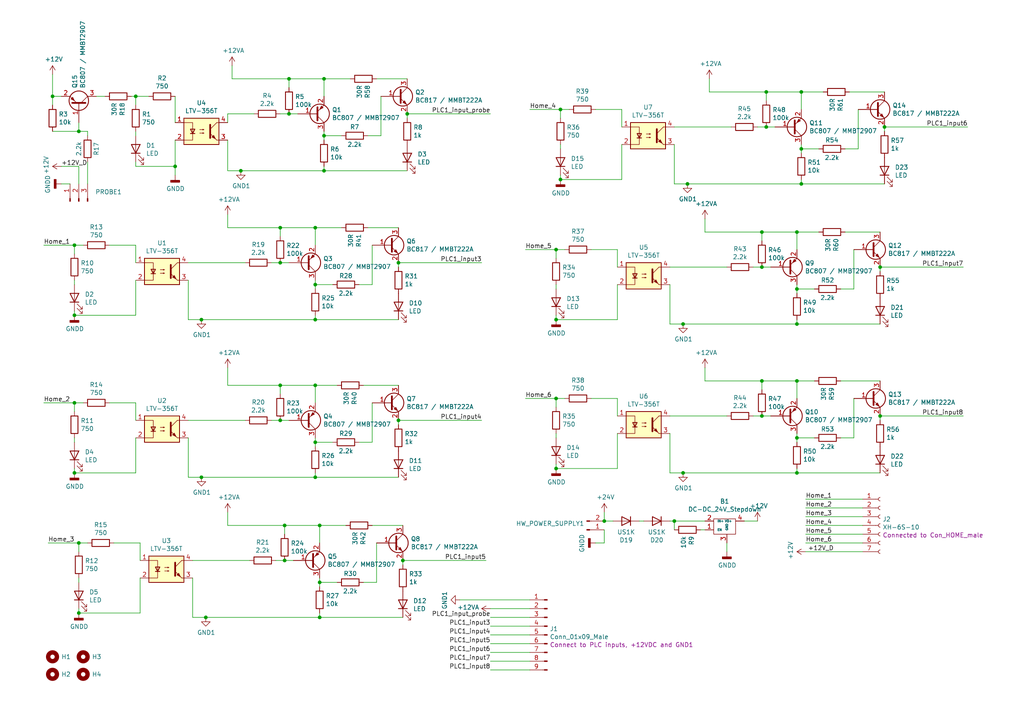
<source format=kicad_sch>
(kicad_sch (version 20211123) (generator eeschema)
  (paper "A4")
  (junction (at 81.28 121.92))
  (junction (at 162.56 52.07))
  (junction (at 231.14 67.31))
  (junction (at 83.82 22.86))
  (junction (at 22.86 38.1))
  (junction (at 198.12 137.16))
  (junction (at 39.37 27.94))
  (junction (at 118.11 33.02))
  (junction (at 93.98 39.37))
  (junction (at 161.29 115.57))
  (junction (at 231.14 127))
  (junction (at 58.42 92.71))
  (junction (at 116.84 162.56))
  (junction (at 22.86 157.48))
  (junction (at 231.14 110.49))
  (junction (at 220.98 67.31))
  (junction (at 91.44 66.04))
  (junction (at 115.57 76.2))
  (junction (at 231.14 137.16))
  (junction (at 222.25 36.83))
  (junction (at 256.54 36.83))
  (junction (at 175.26 151.13))
  (junction (at 59.69 179.07))
  (junction (at 91.44 111.76))
  (junction (at 93.98 49.53))
  (junction (at 15.24 27.94))
  (junction (at 162.56 31.75))
  (junction (at 232.41 26.67))
  (junction (at 255.27 77.47))
  (junction (at 91.44 138.43))
  (junction (at 198.12 93.98))
  (junction (at 82.55 152.4))
  (junction (at 21.59 116.84))
  (junction (at 81.28 66.04))
  (junction (at 220.98 110.49))
  (junction (at 220.98 120.65))
  (junction (at 21.59 71.12))
  (junction (at 21.59 137.16))
  (junction (at 69.85 49.53))
  (junction (at 232.41 43.18))
  (junction (at 91.44 92.71))
  (junction (at 81.28 111.76))
  (junction (at 231.14 93.98))
  (junction (at 161.29 92.71))
  (junction (at 232.41 53.34))
  (junction (at 255.27 120.65))
  (junction (at 91.44 128.27))
  (junction (at 161.29 72.39))
  (junction (at 91.44 82.55))
  (junction (at 82.55 162.56))
  (junction (at 92.71 179.07))
  (junction (at 220.98 77.47))
  (junction (at 22.86 177.8))
  (junction (at 199.39 53.34))
  (junction (at 231.14 83.82))
  (junction (at 50.8 48.26))
  (junction (at 21.59 91.44))
  (junction (at 195.58 151.13))
  (junction (at 58.42 138.43))
  (junction (at 83.82 33.02))
  (junction (at 222.25 26.67))
  (junction (at 81.28 76.2))
  (junction (at 92.71 168.91))
  (junction (at 161.29 135.89))
  (junction (at 92.71 152.4))
  (junction (at 115.57 121.92))
  (junction (at 93.98 22.86))
  (wire (pts (xy 220.98 77.47) (xy 218.44 77.47)))
  (wire (pts (xy 39.37 48.26) (xy 50.8 48.26)))
  (wire (pts (xy 81.28 76.2) (xy 78.74 76.2)))
  (wire (pts (xy 231.14 83.82) (xy 231.14 82.55)))
  (wire (pts (xy 163.83 72.39) (xy 161.29 72.39)))
  (wire (pts (xy 255.27 120.65) (xy 279.4 120.65)))
  (wire (pts (xy 54.61 81.28) (xy 54.61 92.71)))
  (wire (pts (xy 24.13 71.12) (xy 21.59 71.12)))
  (wire (pts (xy 205.74 26.67) (xy 222.25 26.67)))
  (wire (pts (xy 83.82 25.4) (xy 83.82 22.86)))
  (wire (pts (xy 162.56 43.18) (xy 162.56 41.91)))
  (wire (pts (xy 81.28 121.92) (xy 78.74 121.92)))
  (wire (pts (xy 15.24 38.1) (xy 22.86 38.1)))
  (wire (pts (xy 54.61 121.92) (xy 71.12 121.92)))
  (wire (pts (xy 161.29 83.82) (xy 161.29 82.55)))
  (wire (pts (xy 161.29 135.89) (xy 179.07 135.89)))
  (wire (pts (xy 25.4 46.99) (xy 25.4 53.34)))
  (wire (pts (xy 194.31 137.16) (xy 198.12 137.16)))
  (wire (pts (xy 255.27 137.16) (xy 231.14 137.16)))
  (wire (pts (xy 101.6 22.86) (xy 93.98 22.86)))
  (wire (pts (xy 66.04 40.64) (xy 66.04 49.53)))
  (wire (pts (xy 233.68 160.02) (xy 250.19 160.02)))
  (wire (pts (xy 153.67 184.15) (xy 142.24 184.15)))
  (wire (pts (xy 39.37 127) (xy 39.37 137.16)))
  (wire (pts (xy 55.88 179.07) (xy 59.69 179.07)))
  (wire (pts (xy 91.44 91.44) (xy 91.44 92.71)))
  (wire (pts (xy 256.54 38.1) (xy 256.54 36.83)))
  (wire (pts (xy 82.55 162.56) (xy 80.01 162.56)))
  (wire (pts (xy 161.29 91.44) (xy 161.29 92.71)))
  (wire (pts (xy 161.29 134.62) (xy 161.29 135.89)))
  (wire (pts (xy 85.09 162.56) (xy 82.55 162.56)))
  (wire (pts (xy 180.34 36.83) (xy 180.34 31.75)))
  (wire (pts (xy 54.61 92.71) (xy 58.42 92.71)))
  (wire (pts (xy 232.41 52.07) (xy 232.41 53.34)))
  (wire (pts (xy 25.4 39.37) (xy 25.4 38.1)))
  (wire (pts (xy 194.31 77.47) (xy 210.82 77.47)))
  (wire (pts (xy 231.14 93.98) (xy 198.12 93.98)))
  (wire (pts (xy 115.57 123.19) (xy 115.57 121.92)))
  (wire (pts (xy 250.19 144.78) (xy 233.68 144.78)))
  (wire (pts (xy 255.27 121.92) (xy 255.27 120.65)))
  (wire (pts (xy 91.44 138.43) (xy 58.42 138.43)))
  (wire (pts (xy 220.98 69.85) (xy 220.98 67.31)))
  (wire (pts (xy 231.14 127) (xy 231.14 125.73)))
  (wire (pts (xy 248.92 43.18) (xy 248.92 31.75)))
  (wire (pts (xy 66.04 33.02) (xy 66.04 35.56)))
  (wire (pts (xy 165.1 31.75) (xy 162.56 31.75)))
  (wire (pts (xy 21.59 135.89) (xy 21.59 137.16)))
  (wire (pts (xy 175.26 148.59) (xy 175.26 151.13)))
  (wire (pts (xy 204.47 67.31) (xy 220.98 67.31)))
  (wire (pts (xy 116.84 163.83) (xy 116.84 162.56)))
  (wire (pts (xy 223.52 120.65) (xy 220.98 120.65)))
  (wire (pts (xy 116.84 152.4) (xy 107.95 152.4)))
  (wire (pts (xy 40.64 167.64) (xy 40.64 177.8)))
  (wire (pts (xy 195.58 151.13) (xy 204.47 151.13)))
  (wire (pts (xy 91.44 82.55) (xy 91.44 81.28)))
  (wire (pts (xy 21.59 90.17) (xy 21.59 91.44)))
  (wire (pts (xy 27.94 27.94) (xy 30.48 27.94)))
  (wire (pts (xy 256.54 26.67) (xy 246.38 26.67)))
  (wire (pts (xy 31.75 71.12) (xy 39.37 71.12)))
  (wire (pts (xy 231.14 110.49) (xy 231.14 115.57)))
  (wire (pts (xy 194.31 93.98) (xy 194.31 82.55)))
  (wire (pts (xy 115.57 111.76) (xy 105.41 111.76)))
  (wire (pts (xy 162.56 50.8) (xy 162.56 52.07)))
  (wire (pts (xy 86.36 33.02) (xy 83.82 33.02)))
  (wire (pts (xy 231.14 128.27) (xy 231.14 127)))
  (wire (pts (xy 93.98 49.53) (xy 69.85 49.53)))
  (wire (pts (xy 236.22 110.49) (xy 231.14 110.49)))
  (wire (pts (xy 250.19 154.94) (xy 233.68 154.94)))
  (wire (pts (xy 39.37 39.37) (xy 39.37 38.1)))
  (wire (pts (xy 180.34 41.91) (xy 180.34 52.07)))
  (wire (pts (xy 17.78 53.34) (xy 20.32 53.34)))
  (wire (pts (xy 115.57 66.04) (xy 106.68 66.04)))
  (wire (pts (xy 232.41 43.18) (xy 232.41 41.91)))
  (wire (pts (xy 91.44 128.27) (xy 91.44 127)))
  (wire (pts (xy 237.49 43.18) (xy 232.41 43.18)))
  (wire (pts (xy 106.68 39.37) (xy 110.49 39.37)))
  (wire (pts (xy 21.59 137.16) (xy 39.37 137.16)))
  (wire (pts (xy 153.67 186.69) (xy 142.24 186.69)))
  (wire (pts (xy 66.04 62.23) (xy 66.04 66.04)))
  (wire (pts (xy 210.82 160.02) (xy 210.82 157.48)))
  (wire (pts (xy 171.45 115.57) (xy 179.07 115.57)))
  (wire (pts (xy 22.86 38.1) (xy 25.4 38.1)))
  (wire (pts (xy 67.31 22.86) (xy 83.82 22.86)))
  (wire (pts (xy 17.78 48.26) (xy 22.86 48.26)))
  (wire (pts (xy 109.22 168.91) (xy 109.22 157.48)))
  (wire (pts (xy 116.84 179.07) (xy 92.71 179.07)))
  (wire (pts (xy 54.61 76.2) (xy 71.12 76.2)))
  (wire (pts (xy 21.59 82.55) (xy 21.59 81.28)))
  (wire (pts (xy 118.11 33.02) (xy 142.24 33.02)))
  (wire (pts (xy 204.47 110.49) (xy 220.98 110.49)))
  (wire (pts (xy 13.97 157.48) (xy 22.86 157.48)))
  (wire (pts (xy 104.14 82.55) (xy 107.95 82.55)))
  (wire (pts (xy 22.86 160.02) (xy 22.86 157.48)))
  (wire (pts (xy 54.61 138.43) (xy 58.42 138.43)))
  (wire (pts (xy 66.04 152.4) (xy 82.55 152.4)))
  (wire (pts (xy 93.98 48.26) (xy 93.98 49.53)))
  (wire (pts (xy 152.4 72.39) (xy 161.29 72.39)))
  (wire (pts (xy 223.52 77.47) (xy 220.98 77.47)))
  (wire (pts (xy 93.98 22.86) (xy 93.98 27.94)))
  (wire (pts (xy 25.4 157.48) (xy 22.86 157.48)))
  (wire (pts (xy 255.27 93.98) (xy 231.14 93.98)))
  (wire (pts (xy 222.25 29.21) (xy 222.25 26.67)))
  (wire (pts (xy 195.58 53.34) (xy 199.39 53.34)))
  (wire (pts (xy 231.14 137.16) (xy 198.12 137.16)))
  (wire (pts (xy 204.47 63.5) (xy 204.47 67.31)))
  (wire (pts (xy 115.57 77.47) (xy 115.57 76.2)))
  (wire (pts (xy 179.07 72.39) (xy 179.07 77.47)))
  (wire (pts (xy 39.37 116.84) (xy 39.37 121.92)))
  (wire (pts (xy 91.44 66.04) (xy 91.44 71.12)))
  (wire (pts (xy 39.37 81.28) (xy 39.37 91.44)))
  (wire (pts (xy 81.28 68.58) (xy 81.28 66.04)))
  (wire (pts (xy 153.67 31.75) (xy 162.56 31.75)))
  (wire (pts (xy 39.37 71.12) (xy 39.37 76.2)))
  (wire (pts (xy 97.79 111.76) (xy 91.44 111.76)))
  (wire (pts (xy 31.75 116.84) (xy 39.37 116.84)))
  (wire (pts (xy 231.14 92.71) (xy 231.14 93.98)))
  (wire (pts (xy 175.26 153.67) (xy 175.26 157.48)))
  (wire (pts (xy 152.4 115.57) (xy 161.29 115.57)))
  (wire (pts (xy 92.71 168.91) (xy 92.71 167.64)))
  (wire (pts (xy 161.29 74.93) (xy 161.29 72.39)))
  (wire (pts (xy 43.18 27.94) (xy 39.37 27.94)))
  (wire (pts (xy 153.67 181.61) (xy 142.24 181.61)))
  (wire (pts (xy 100.33 152.4) (xy 92.71 152.4)))
  (wire (pts (xy 21.59 73.66) (xy 21.59 71.12)))
  (wire (pts (xy 99.06 66.04) (xy 91.44 66.04)))
  (wire (pts (xy 115.57 92.71) (xy 91.44 92.71)))
  (wire (pts (xy 22.86 177.8) (xy 40.64 177.8)))
  (wire (pts (xy 231.14 135.89) (xy 231.14 137.16)))
  (wire (pts (xy 107.95 82.55) (xy 107.95 71.12)))
  (wire (pts (xy 92.71 152.4) (xy 92.71 157.48)))
  (wire (pts (xy 22.86 176.53) (xy 22.86 177.8)))
  (wire (pts (xy 179.07 125.73) (xy 179.07 135.89)))
  (wire (pts (xy 204.47 106.68) (xy 204.47 110.49)))
  (wire (pts (xy 232.41 53.34) (xy 199.39 53.34)))
  (wire (pts (xy 179.07 82.55) (xy 179.07 92.71)))
  (wire (pts (xy 236.22 127) (xy 231.14 127)))
  (wire (pts (xy 205.74 22.86) (xy 205.74 26.67)))
  (wire (pts (xy 194.31 151.13) (xy 195.58 151.13)))
  (wire (pts (xy 153.67 194.31) (xy 142.24 194.31)))
  (wire (pts (xy 82.55 154.94) (xy 82.55 152.4)))
  (wire (pts (xy 83.82 33.02) (xy 81.28 33.02)))
  (wire (pts (xy 50.8 50.8) (xy 50.8 48.26)))
  (wire (pts (xy 203.2 153.67) (xy 204.47 153.67)))
  (wire (pts (xy 66.04 33.02) (xy 73.66 33.02)))
  (wire (pts (xy 116.84 162.56) (xy 140.97 162.56)))
  (wire (pts (xy 250.19 152.4) (xy 233.68 152.4)))
  (wire (pts (xy 232.41 26.67) (xy 232.41 31.75)))
  (wire (pts (xy 255.27 110.49) (xy 243.84 110.49)))
  (wire (pts (xy 66.04 49.53) (xy 69.85 49.53)))
  (wire (pts (xy 224.79 36.83) (xy 222.25 36.83)))
  (wire (pts (xy 236.22 83.82) (xy 231.14 83.82)))
  (wire (pts (xy 179.07 115.57) (xy 179.07 120.65)))
  (wire (pts (xy 194.31 125.73) (xy 194.31 137.16)))
  (wire (pts (xy 161.29 127) (xy 161.29 125.73)))
  (wire (pts (xy 171.45 72.39) (xy 179.07 72.39)))
  (wire (pts (xy 91.44 137.16) (xy 91.44 138.43)))
  (wire (pts (xy 15.24 30.48) (xy 15.24 27.94)))
  (wire (pts (xy 22.86 48.26) (xy 22.86 53.34)))
  (wire (pts (xy 194.31 120.65) (xy 210.82 120.65)))
  (wire (pts (xy 92.71 170.18) (xy 92.71 168.91)))
  (wire (pts (xy 50.8 40.64) (xy 50.8 48.26)))
  (wire (pts (xy 220.98 113.03) (xy 220.98 110.49)))
  (wire (pts (xy 172.72 157.48) (xy 175.26 157.48)))
  (wire (pts (xy 66.04 111.76) (xy 81.28 111.76)))
  (wire (pts (xy 91.44 129.54) (xy 91.44 128.27)))
  (wire (pts (xy 39.37 30.48) (xy 39.37 27.94)))
  (wire (pts (xy 222.25 26.67) (xy 232.41 26.67)))
  (wire (pts (xy 66.04 148.59) (xy 66.04 152.4)))
  (wire (pts (xy 91.44 83.82) (xy 91.44 82.55)))
  (wire (pts (xy 15.24 21.59) (xy 15.24 27.94)))
  (wire (pts (xy 255.27 77.47) (xy 279.4 77.47)))
  (wire (pts (xy 163.83 115.57) (xy 161.29 115.57)))
  (wire (pts (xy 256.54 36.83) (xy 280.67 36.83)))
  (wire (pts (xy 118.11 34.29) (xy 118.11 33.02)))
  (wire (pts (xy 232.41 44.45) (xy 232.41 43.18)))
  (wire (pts (xy 118.11 49.53) (xy 93.98 49.53)))
  (wire (pts (xy 91.44 92.71) (xy 58.42 92.71)))
  (wire (pts (xy 91.44 111.76) (xy 91.44 116.84)))
  (wire (pts (xy 21.59 119.38) (xy 21.59 116.84)))
  (wire (pts (xy 81.28 66.04) (xy 91.44 66.04)))
  (wire (pts (xy 172.72 31.75) (xy 180.34 31.75)))
  (wire (pts (xy 118.11 22.86) (xy 109.22 22.86)))
  (wire (pts (xy 245.11 43.18) (xy 248.92 43.18)))
  (wire (pts (xy 93.98 40.64) (xy 93.98 39.37)))
  (wire (pts (xy 24.13 116.84) (xy 21.59 116.84)))
  (wire (pts (xy 153.67 173.99) (xy 133.35 173.99)))
  (wire (pts (xy 82.55 152.4) (xy 92.71 152.4)))
  (wire (pts (xy 50.8 27.94) (xy 50.8 35.56)))
  (wire (pts (xy 195.58 153.67) (xy 195.58 151.13)))
  (wire (pts (xy 83.82 76.2) (xy 81.28 76.2)))
  (wire (pts (xy 55.88 167.64) (xy 55.88 179.07)))
  (wire (pts (xy 222.25 36.83) (xy 219.71 36.83)))
  (wire (pts (xy 238.76 26.67) (xy 232.41 26.67)))
  (wire (pts (xy 96.52 82.55) (xy 91.44 82.55)))
  (wire (pts (xy 231.14 67.31) (xy 231.14 72.39)))
  (wire (pts (xy 194.31 93.98) (xy 198.12 93.98)))
  (wire (pts (xy 195.58 41.91) (xy 195.58 53.34)))
  (wire (pts (xy 220.98 120.65) (xy 218.44 120.65)))
  (wire (pts (xy 105.41 168.91) (xy 109.22 168.91)))
  (wire (pts (xy 185.42 151.13) (xy 186.69 151.13)))
  (wire (pts (xy 231.14 85.09) (xy 231.14 83.82)))
  (wire (pts (xy 142.24 176.53) (xy 153.67 176.53)))
  (wire (pts (xy 22.86 168.91) (xy 22.86 167.64)))
  (wire (pts (xy 92.71 177.8) (xy 92.71 179.07)))
  (wire (pts (xy 39.37 46.99) (xy 39.37 48.26)))
  (wire (pts (xy 250.19 149.86) (xy 233.68 149.86)))
  (wire (pts (xy 21.59 128.27) (xy 21.59 127)))
  (wire (pts (xy 12.7 71.12) (xy 21.59 71.12)))
  (wire (pts (xy 161.29 118.11) (xy 161.29 115.57)))
  (wire (pts (xy 247.65 83.82) (xy 247.65 72.39)))
  (wire (pts (xy 67.31 19.05) (xy 67.31 22.86)))
  (wire (pts (xy 40.64 157.48) (xy 40.64 162.56)))
  (wire (pts (xy 247.65 127) (xy 247.65 115.57)))
  (wire (pts (xy 255.27 67.31) (xy 245.11 67.31)))
  (wire (pts (xy 219.71 151.13) (xy 215.9 151.13)))
  (wire (pts (xy 115.57 121.92) (xy 139.7 121.92)))
  (wire (pts (xy 161.29 92.71) (xy 179.07 92.71)))
  (wire (pts (xy 66.04 106.68) (xy 66.04 111.76)))
  (wire (pts (xy 81.28 111.76) (xy 91.44 111.76)))
  (wire (pts (xy 81.28 114.3) (xy 81.28 111.76)))
  (wire (pts (xy 255.27 78.74) (xy 255.27 77.47)))
  (wire (pts (xy 195.58 36.83) (xy 212.09 36.83)))
  (wire (pts (xy 250.19 147.32) (xy 233.68 147.32)))
  (wire (pts (xy 162.56 52.07) (xy 180.34 52.07)))
  (wire (pts (xy 243.84 127) (xy 247.65 127)))
  (wire (pts (xy 115.57 138.43) (xy 91.44 138.43)))
  (wire (pts (xy 93.98 39.37) (xy 93.98 38.1)))
  (wire (pts (xy 33.02 157.48) (xy 40.64 157.48)))
  (wire (pts (xy 83.82 22.86) (xy 93.98 22.86)))
  (wire (pts (xy 54.61 127) (xy 54.61 138.43)))
  (wire (pts (xy 237.49 67.31) (xy 231.14 67.31)))
  (wire (pts (xy 99.06 39.37) (xy 93.98 39.37)))
  (wire (pts (xy 38.1 27.94) (xy 39.37 27.94)))
  (wire (pts (xy 250.19 157.48) (xy 233.68 157.48)))
  (wire (pts (xy 22.86 35.56) (xy 22.86 38.1)))
  (wire (pts (xy 107.95 128.27) (xy 107.95 116.84)))
  (wire (pts (xy 97.79 168.91) (xy 92.71 168.91)))
  (wire (pts (xy 175.26 151.13) (xy 177.8 151.13)))
  (wire (pts (xy 66.04 66.04) (xy 81.28 66.04)))
  (wire (pts (xy 243.84 83.82) (xy 247.65 83.82)))
  (wire (pts (xy 92.71 179.07) (xy 59.69 179.07)))
  (wire (pts (xy 115.57 76.2) (xy 139.7 76.2)))
  (wire (pts (xy 15.24 27.94) (xy 17.78 27.94)))
  (wire (pts (xy 220.98 110.49) (xy 231.14 110.49)))
  (wire (pts (xy 21.59 91.44) (xy 39.37 91.44)))
  (wire (pts (xy 110.49 39.37) (xy 110.49 27.94)))
  (wire (pts (xy 142.24 179.07) (xy 153.67 179.07)))
  (wire (pts (xy 96.52 128.27) (xy 91.44 128.27)))
  (wire (pts (xy 220.98 67.31) (xy 231.14 67.31)))
  (wire (pts (xy 83.82 121.92) (xy 81.28 121.92)))
  (wire (pts (xy 104.14 128.27) (xy 107.95 128.27)))
  (wire (pts (xy 153.67 189.23) (xy 142.24 189.23)))
  (wire (pts (xy 55.88 162.56) (xy 72.39 162.56)))
  (wire (pts (xy 12.7 116.84) (xy 21.59 116.84)))
  (wire (pts (xy 153.67 191.77) (xy 142.24 191.77)))
  (wire (pts (xy 162.56 34.29) (xy 162.56 31.75)))
  (wire (pts (xy 256.54 53.34) (xy 232.41 53.34)))
  (label "Home_6" (at 233.68 157.48 0))
  (label "PLC1_input8" (at 142.24 194.31 180))
  (label "Home_3" (at 233.68 149.86 0))
  (label "+12V_D" (at 17.78 48.26 0))
  (label "Home_5" (at 152.4 72.39 0))
  (label "Home_5" (at 233.68 154.94 0))
  (label "PLC1_input7" (at 142.24 191.77 180))
  (label "Home_4" (at 153.67 31.75 0))
  (label "PLC1_input3" (at 139.7 76.2 180))
  (label "PLC1_input_probe" (at 142.24 179.07 180))
  (label "PLC1_input4" (at 142.24 184.15 180))
  (label "PLC1_input6" (at 142.24 189.23 180))
  (label "PLC1_input8" (at 279.4 120.65 180))
  (label "Home_1" (at 12.7 71.12 0))
  (label "Home_2" (at 233.68 147.32 0))
  (label "PLC1_input6" (at 280.67 36.83 180))
  (label "PLC1_input_probe" (at 142.24 33.02 180))
  (label "PLC1_input5" (at 140.97 162.56 180))
  (label "Home_4" (at 233.68 152.4 0))
  (label "PLC1_input4" (at 139.7 121.92 180))
  (label "+12V_D" (at 234.315 160.02 0))
  (label "Home_3" (at 13.97 157.48 0))
  (label "Home_1" (at 233.68 144.78 0))
  (label "PLC1_input7" (at 279.4 77.47 180))
  (label "PLC1_input3" (at 142.24 181.61 180))
  (label "PLC1_input5" (at 142.24 186.69 180))
  (label "Home_2" (at 12.7 116.84 0))
  (label "Home_6" (at 152.4 115.57 0))
  (symbol (lib_id "power:+24V") (at 175.26 148.59 0) (unit 1)
    (property "Reference" "#PWR0101" (effects hide))
    (property "Value" "+24V" (at 175.641 144.1958 0))
  )
  (symbol (lib_id "power:GNDD") (at 172.72 157.48 270) (unit 1)
    (property "Reference" "#PWR0103" (effects hide))
    (property "Value" "GNDD" (at 168.783 157.5816 0))
  )
  (symbol (lib_id "Device:R") (at 46.99 27.94 270) (unit 1)
    (property "Reference" "R2" (at 46.99 22.6822 90))
    (property "Value" "750" (at 46.99 24.9936 90))
    (property "Footprint" "Resistor_SMD:R_0805_2012Metric" (effects hide))
  )
  (symbol (lib_id "Device:LED") (at 118.11 45.72 90) (unit 1)
    (property "Reference" "D3" (at 121.1072 44.7294 90) (effects (justify right)))
    (property "Value" "LED" (at 121.1072 47.0408 90) (effects (justify right)))
    (property "Footprint" "LED_SMD:LED_0603_1608Metric_Pad1.05x0.95mm_HandSolder" (effects hide))
  )
  (symbol (lib_id "Connector:Conn_01x02_Male") (at 170.18 153.67 0) (mirror x) (unit 1)
    (property "Reference" "HW_POWER_SUPPLY1" (at 169.4688 151.8412 0) (effects (justify right)))
    (property "Value" "Conn_01x02_Male" (effects hide))
    (property "Footprint" "Connector_Phoenix_MC:PhoenixContact_MCV_1,5_2-G-3.5_1x02_P3.50mm_Vertical" (effects hide))
  )
  (symbol (lib_id "Mechanical:MountingHole") (at 24.13 190.5 0) (unit 1)
    (property "Reference" "H3" (at 26.67 190.5 0) (effects (justify left)))
    (property "Value" "MountingHole" (effects hide))
    (property "Footprint" "MountingHole:MountingHole_3.2mm_M3" (effects hide))
  )
  (symbol (lib_id "Mechanical:MountingHole") (at 24.13 195.58 0) (unit 1)
    (property "Reference" "H4" (at 26.67 195.58 0) (effects (justify left)))
    (property "Value" "MountingHole" (effects hide))
    (property "Footprint" "MountingHole:MountingHole_3.2mm_M3" (effects hide))
  )
  (symbol (lib_id "Device:LED") (at 39.37 43.18 90) (unit 1)
    (property "Reference" "D1" (at 42.3672 42.1894 90) (effects (justify right)))
    (property "Value" "LED" (at 42.3672 44.5008 90) (effects (justify right)))
    (property "Footprint" "LED_SMD:LED_0603_1608Metric_Pad1.05x0.95mm_HandSolder" (effects hide))
  )
  (symbol (lib_id "Device:R") (at 39.37 34.29 180) (unit 1)
    (property "Reference" "R1" (at 41.148 33.1216 0) (effects (justify right)))
    (property "Value" "750" (at 41.148 35.433 0) (effects (justify right)))
    (property "Footprint" "Resistor_SMD:R_0805_2012Metric" (effects hide))
  )
  (symbol (lib_id "breakout_SileliS:DC-DC_24V_Stepdown") (at 209.55 152.4 0) (unit 1)
    (property "Reference" "B1" (at 210.185 145.415 0))
    (property "Value" "DC-DC_24V_Stepdown" (at 210.185 147.7264 0))
    (property "Footprint" "breakot_SileliS:DC-DC_24V_Stepdown_brekout_horizontal" (effects hide))
  )
  (symbol (lib_id "Device:R") (at 199.39 153.67 90) (unit 1)
    (property "Reference" "R9" (at 200.5584 155.448 0) (effects (justify right)))
    (property "Value" "10k" (at 198.247 155.448 0) (effects (justify right)))
    (property "Footprint" "Resistor_SMD:R_0805_2012Metric" (effects hide))
  )
  (symbol (lib_id "power:+12V") (at 219.71 151.13 0) (unit 1)
    (property "Reference" "#PWR0105" (effects hide))
    (property "Value" "+12V" (at 220.091 146.7358 0))
  )
  (symbol (lib_id "power:GNDD") (at 17.78 53.34 270) (unit 1)
    (property "Reference" "#PWR0107" (effects hide))
    (property "Value" "GNDD" (at 13.843 53.4416 0))
  )
  (symbol (lib_id "power:GND1") (at 69.85 49.53 0) (unit 1)
    (property "Reference" "#PWR0106" (effects hide))
    (property "Value" "GND1" (at 69.977 53.9242 0))
  )
  (symbol (lib_id "Device:R") (at 77.47 33.02 90) (unit 1)
    (property "Reference" "R4" (at 77.47 27.7622 90))
    (property "Value" "2.2k" (at 77.47 30.0736 90))
    (property "Footprint" "Resistor_SMD:R_0805_2012Metric" (effects hide))
  )
  (symbol (lib_id "Device:R") (at 83.82 29.21 180) (unit 1)
    (property "Reference" "R5" (at 85.598 28.0416 0) (effects (justify right)))
    (property "Value" "100k" (at 85.598 30.353 0) (effects (justify right)))
    (property "Footprint" "Resistor_SMD:R_0805_2012Metric" (effects hide))
  )
  (symbol (lib_id "Device:R") (at 93.98 44.45 180) (unit 1)
    (property "Reference" "R6" (at 95.758 43.2816 0) (effects (justify right)))
    (property "Value" "10k" (at 95.758 45.593 0) (effects (justify right)))
    (property "Footprint" "Resistor_SMD:R_0805_2012Metric" (effects hide))
  )
  (symbol (lib_id "power:GNDD") (at 210.82 160.02 0) (unit 1)
    (property "Reference" "#PWR0108" (effects hide))
    (property "Value" "GNDD" (at 210.9216 163.957 0))
  )
  (symbol (lib_id "Device:R") (at 102.87 39.37 90) (unit 1)
    (property "Reference" "R7" (at 102.87 36.83 90))
    (property "Value" "2.2k" (at 102.87 41.91 90))
    (property "Footprint" "Resistor_SMD:R_0805_2012Metric" (effects hide))
  )
  (symbol (lib_id "power:+12VA") (at 67.31 19.05 0) (unit 1)
    (property "Reference" "#PWR0102" (effects hide))
    (property "Value" "+12VA" (at 67.691 14.6558 0))
  )
  (symbol (lib_id "Device:R") (at 118.11 38.1 180) (unit 1)
    (property "Reference" "R8" (at 119.888 36.9316 0) (effects (justify right)))
    (property "Value" "1k" (at 119.888 39.243 0) (effects (justify right)))
    (property "Footprint" "Resistor_SMD:R_0805_2012Metric" (effects hide))
  )
  (symbol (lib_id "power:+12V") (at 15.24 21.59 0) (unit 1)
    (property "Reference" "#PWR0104" (effects hide))
    (property "Value" "+12V" (at 15.621 17.1958 0))
  )
  (symbol (lib_id "Mechanical:MountingHole") (at 15.24 190.5 0) (unit 1)
    (property "Reference" "H1" (at 17.78 190.5 0) (effects (justify left)))
    (property "Value" "MountingHole" (effects hide))
    (property "Footprint" "MountingHole:MountingHole_3.2mm_M3" (effects hide))
  )
  (symbol (lib_id "Mechanical:MountingHole") (at 15.24 195.58 0) (unit 1)
    (property "Reference" "H2" (at 17.78 195.58 0) (effects (justify left)))
    (property "Value" "MountingHole" (effects hide))
    (property "Footprint" "MountingHole:MountingHole_3.2mm_M3" (effects hide))
  )
  (symbol (lib_id "Transistor_BJT:BC807") (at 91.44 33.02 0) (mirror x) (unit 1)
    (property "Reference" "Q1" (at 96.2914 31.8516 0) (effects (justify left)))
    (property "Value" "BC807 / MMBT2907" (at 96.2914 34.163 0) (effects (justify left)))
    (property "Footprint" "Package_TO_SOT_SMD:SOT-23" (effects hide))
    (property "Datasheet" "https://www.onsemi.com/pub/Collateral/BC808-D.pdf" (effects hide))
  )
  (symbol (lib_id "Transistor_BJT:BC817") (at 115.57 27.94 0) (unit 1)
    (property "Reference" "Q2" (at 120.4214 26.7716 0) (effects (justify left)))
    (property "Value" "BC817 / MMBT222A" (at 120.4214 29.083 0) (effects (justify left)))
    (property "Footprint" "Package_TO_SOT_SMD:SOT-23" (effects hide))
    (property "Datasheet" "https://www.onsemi.com/pub/Collateral/BC818-D.pdf" (effects hide))
  )
  (symbol (lib_id "Diode:US1K") (at 181.61 151.13 180) (unit 1)
    (property "Reference" "D19" (at 181.61 156.6418 0))
    (property "Value" "US1K" (at 181.61 154.3304 0))
    (property "Footprint" "Diode_SMD:D_SMA" (effects hide))
    (property "Datasheet" "https://www.diodes.com/assets/Datasheets/ds16008.pdf" (effects hide))
  )
  (symbol (lib_id "Diode:US1K") (at 190.5 151.13 180) (unit 1)
    (property "Reference" "D20" (at 190.5 156.6418 0))
    (property "Value" "US1K" (at 190.5 154.3304 0))
    (property "Footprint" "Diode_SMD:D_SMA" (effects hide))
    (property "Datasheet" "https://www.diodes.com/assets/Datasheets/ds16008.pdf" (effects hide))
  )
  (symbol (lib_id "Device:R") (at 27.94 71.12 270) (unit 1)
    (property "Reference" "R13" (at 27.94 65.8622 90))
    (property "Value" "750" (at 27.94 68.1736 90))
    (property "Footprint" "Resistor_SMD:R_0805_2012Metric" (effects hide))
  )
  (symbol (lib_id "Device:LED") (at 21.59 86.36 90) (unit 1)
    (property "Reference" "D2" (at 24.5872 85.3694 90) (effects (justify right)))
    (property "Value" "LED" (at 24.5872 87.6808 90) (effects (justify right)))
    (property "Footprint" "LED_SMD:LED_0603_1608Metric_Pad1.05x0.95mm_HandSolder" (effects hide))
  )
  (symbol (lib_id "Device:R") (at 21.59 77.47 180) (unit 1)
    (property "Reference" "R10" (at 23.368 76.3016 0) (effects (justify right)))
    (property "Value" "750" (at 23.368 78.613 0) (effects (justify right)))
    (property "Footprint" "Resistor_SMD:R_0805_2012Metric" (effects hide))
  )
  (symbol (lib_id "power:GND1") (at 58.42 92.71 0) (unit 1)
    (property "Reference" "#PWR0116" (effects hide))
    (property "Value" "GND1" (at 58.547 97.1042 0))
  )
  (symbol (lib_id "Device:R") (at 74.93 76.2 90) (unit 1)
    (property "Reference" "R19" (at 74.93 70.9422 90))
    (property "Value" "2.2k" (at 74.93 73.2536 90))
    (property "Footprint" "Resistor_SMD:R_0805_2012Metric" (effects hide))
  )
  (symbol (lib_id "Device:R") (at 81.28 72.39 180) (unit 1)
    (property "Reference" "R22" (at 83.058 71.2216 0) (effects (justify right)))
    (property "Value" "100k" (at 83.058 73.533 0) (effects (justify right)))
    (property "Footprint" "Resistor_SMD:R_0805_2012Metric" (effects hide))
  )
  (symbol (lib_id "Device:R") (at 91.44 87.63 180) (unit 1)
    (property "Reference" "R25" (at 93.218 86.4616 0) (effects (justify right)))
    (property "Value" "10k" (at 93.218 88.773 0) (effects (justify right)))
    (property "Footprint" "Resistor_SMD:R_0805_2012Metric" (effects hide))
  )
  (symbol (lib_id "Device:R") (at 100.33 82.55 90) (unit 1)
    (property "Reference" "R28" (at 100.33 80.01 90))
    (property "Value" "2.2k" (at 100.33 85.09 90))
    (property "Footprint" "Resistor_SMD:R_0805_2012Metric" (effects hide))
  )
  (symbol (lib_id "Device:R") (at 115.57 81.28 180) (unit 1)
    (property "Reference" "R31" (at 117.348 80.1116 0) (effects (justify right)))
    (property "Value" "1k" (at 117.348 82.423 0) (effects (justify right)))
    (property "Footprint" "Resistor_SMD:R_0805_2012Metric" (effects hide))
  )
  (symbol (lib_id "Transistor_BJT:BC807") (at 88.9 76.2 0) (mirror x) (unit 1)
    (property "Reference" "Q3" (at 93.7514 75.0316 0) (effects (justify left)))
    (property "Value" "BC807 / MMBT2907" (at 93.7514 77.343 0) (effects (justify left)))
    (property "Footprint" "Package_TO_SOT_SMD:SOT-23" (effects hide))
    (property "Datasheet" "https://www.onsemi.com/pub/Collateral/BC808-D.pdf" (effects hide))
  )
  (symbol (lib_id "Transistor_BJT:BC817") (at 113.03 71.12 0) (unit 1)
    (property "Reference" "Q6" (at 117.8814 69.9516 0) (effects (justify left)))
    (property "Value" "BC817 / MMBT222A" (at 117.8814 72.263 0) (effects (justify left)))
    (property "Footprint" "Package_TO_SOT_SMD:SOT-23" (effects hide))
    (property "Datasheet" "https://www.onsemi.com/pub/Collateral/BC818-D.pdf" (effects hide))
  )
  (symbol (lib_id "Device:LED") (at 115.57 88.9 90) (unit 1)
    (property "Reference" "D10" (at 118.5672 87.9094 90) (effects (justify right)))
    (property "Value" "LED" (at 118.5672 90.2208 90) (effects (justify right)))
    (property "Footprint" "LED_SMD:LED_0603_1608Metric_Pad1.05x0.95mm_HandSolder" (effects hide))
  )
  (symbol (lib_id "power:GNDD") (at 21.59 91.44 0) (unit 1)
    (property "Reference" "#PWR0115" (effects hide))
    (property "Value" "GNDD" (at 21.6916 95.377 0))
  )
  (symbol (lib_id "power:+12VA") (at 66.04 62.23 0) (unit 1)
    (property "Reference" "#PWR0114" (effects hide))
    (property "Value" "+12VA" (at 66.421 57.8358 0))
  )
  (symbol (lib_id "power:+12V") (at 233.68 160.02 90) (unit 1)
    (property "Reference" "#PWR0111" (effects hide))
    (property "Value" "+12V" (at 229.2858 159.639 0))
  )
  (symbol (lib_id "Isolator:LTV-356T") (at 58.42 38.1 0) (unit 1)
    (property "Reference" "U4" (at 58.42 29.845 0))
    (property "Value" "LTV-356T" (at 58.42 32.1564 0))
    (property "Footprint" "Package_SO:SO-4_4.4x3.6mm_P2.54mm" (effects hide))
    (property "Datasheet" "http://optoelectronics.liteon.com/upload/download/DS70-2001-010/S_110_LTV-356T%2020140520.pdf" (effects hide))
  )
  (symbol (lib_id "Connector:Conn_01x07_Female") (at 255.27 152.4 0) (unit 1)
    (property "Reference" "J2" (at 255.9812 150.5966 0) (effects (justify left)))
    (property "Value" "XH-6S-10" (at 255.9812 152.908 0) (effects (justify left)))
    (property "Footprint" "Connector_JST:JST_XH_B7B-XH-A_1x07_P2.50mm_Vertical" (effects hide))
    (property "Rermarks" "Connected to Con_HOME_male" (at 255.9812 155.2194 0) (effects (justify left)))
  )
  (symbol (lib_id "Connector:Conn_01x09_Male") (at 158.75 184.15 0) (mirror y) (unit 1)
    (property "Reference" "J1" (at 159.4612 182.3974 0) (effects (justify right)))
    (property "Value" "Conn_01x09_Male" (at 159.4612 184.7088 0) (effects (justify right)))
    (property "Footprint" "Connector_Phoenix_MC:PhoenixContact_MCV_1,5_9-G-3.81_1x09_P3.81mm_Vertical" (effects hide))
    (property "Remarks" "Connect to PLC inputs, +12VDC and GND1" (at 159.4612 187.0202 0) (effects (justify right)))
  )
  (symbol (lib_id "power:+12VA") (at 142.24 176.53 90) (unit 1)
    (property "Reference" "#PWR0112" (effects hide))
    (property "Value" "+12VA" (at 139.0142 176.149 90) (effects (justify left)))
  )
  (symbol (lib_id "power:GND1") (at 133.35 173.99 270) (unit 1)
    (property "Reference" "#PWR0113" (effects hide))
    (property "Value" "GND1" (at 128.9558 174.117 0))
  )
  (symbol (lib_id "power:+12VA") (at 66.04 106.68 0) (unit 1)
    (property "Reference" "#PWR0117" (effects hide))
    (property "Value" "+12VA" (at 66.421 102.2858 0))
  )
  (symbol (lib_id "power:GNDD") (at 21.59 137.16 0) (unit 1)
    (property "Reference" "#PWR0118" (effects hide))
    (property "Value" "GNDD" (at 21.6916 141.097 0))
  )
  (symbol (lib_id "Device:LED") (at 115.57 134.62 90) (unit 1)
    (property "Reference" "D11" (at 118.5672 133.6294 90) (effects (justify right)))
    (property "Value" "LED" (at 118.5672 135.9408 90) (effects (justify right)))
    (property "Footprint" "LED_SMD:LED_0603_1608Metric_Pad1.05x0.95mm_HandSolder" (effects hide))
  )
  (symbol (lib_id "Transistor_BJT:BC817") (at 113.03 116.84 0) (unit 1)
    (property "Reference" "Q7" (at 117.8814 115.6716 0) (effects (justify left)))
    (property "Value" "BC817 / MMBT222A" (at 117.8814 117.983 0) (effects (justify left)))
    (property "Footprint" "Package_TO_SOT_SMD:SOT-23" (effects hide))
    (property "Datasheet" "https://www.onsemi.com/pub/Collateral/BC818-D.pdf" (effects hide))
  )
  (symbol (lib_id "Transistor_BJT:BC807") (at 88.9 121.92 0) (mirror x) (unit 1)
    (property "Reference" "Q4" (at 93.7514 120.7516 0) (effects (justify left)))
    (property "Value" "BC807 / MMBT2907" (at 93.7514 123.063 0) (effects (justify left)))
    (property "Footprint" "Package_TO_SOT_SMD:SOT-23" (effects hide))
    (property "Datasheet" "https://www.onsemi.com/pub/Collateral/BC808-D.pdf" (effects hide))
  )
  (symbol (lib_id "Device:R") (at 115.57 127 180) (unit 1)
    (property "Reference" "R32" (at 117.348 125.8316 0) (effects (justify right)))
    (property "Value" "1k" (at 117.348 128.143 0) (effects (justify right)))
    (property "Footprint" "Resistor_SMD:R_0805_2012Metric" (effects hide))
  )
  (symbol (lib_id "Device:R") (at 100.33 128.27 90) (unit 1)
    (property "Reference" "R29" (at 100.33 125.73 90))
    (property "Value" "2.2k" (at 100.33 130.81 90))
    (property "Footprint" "Resistor_SMD:R_0805_2012Metric" (effects hide))
  )
  (symbol (lib_id "Device:R") (at 91.44 133.35 180) (unit 1)
    (property "Reference" "R26" (at 93.218 132.1816 0) (effects (justify right)))
    (property "Value" "10k" (at 93.218 134.493 0) (effects (justify right)))
    (property "Footprint" "Resistor_SMD:R_0805_2012Metric" (effects hide))
  )
  (symbol (lib_id "Device:R") (at 81.28 118.11 180) (unit 1)
    (property "Reference" "R23" (at 83.058 116.9416 0) (effects (justify right)))
    (property "Value" "100k" (at 83.058 119.253 0) (effects (justify right)))
    (property "Footprint" "Resistor_SMD:R_0805_2012Metric" (effects hide))
  )
  (symbol (lib_id "Device:R") (at 74.93 121.92 90) (unit 1)
    (property "Reference" "R20" (at 74.93 116.6622 90))
    (property "Value" "2.2k" (at 74.93 118.9736 90))
    (property "Footprint" "Resistor_SMD:R_0805_2012Metric" (effects hide))
  )
  (symbol (lib_id "power:GND1") (at 58.42 138.43 0) (unit 1)
    (property "Reference" "#PWR0119" (effects hide))
    (property "Value" "GND1" (at 58.547 142.8242 0))
  )
  (symbol (lib_id "Device:R") (at 21.59 123.19 180) (unit 1)
    (property "Reference" "R11" (at 23.368 122.0216 0) (effects (justify right)))
    (property "Value" "750" (at 23.368 124.333 0) (effects (justify right)))
    (property "Footprint" "Resistor_SMD:R_0805_2012Metric" (effects hide))
  )
  (symbol (lib_id "Device:LED") (at 21.59 132.08 90) (unit 1)
    (property "Reference" "D4" (at 24.5872 131.0894 90) (effects (justify right)))
    (property "Value" "LED" (at 24.5872 133.4008 90) (effects (justify right)))
    (property "Footprint" "LED_SMD:LED_0603_1608Metric_Pad1.05x0.95mm_HandSolder" (effects hide))
  )
  (symbol (lib_id "Device:R") (at 27.94 116.84 270) (unit 1)
    (property "Reference" "R14" (at 27.94 111.5822 90))
    (property "Value" "750" (at 27.94 113.8936 90))
    (property "Footprint" "Resistor_SMD:R_0805_2012Metric" (effects hide))
  )
  (symbol (lib_id "power:+12VA") (at 66.04 148.59 0) (unit 1)
    (property "Reference" "#PWR0120" (effects hide))
    (property "Value" "+12VA" (at 66.421 144.1958 0))
  )
  (symbol (lib_id "power:GNDD") (at 22.86 177.8 0) (unit 1)
    (property "Reference" "#PWR0121" (effects hide))
    (property "Value" "GNDD" (at 22.9616 181.737 0))
  )
  (symbol (lib_id "Device:LED") (at 116.84 175.26 90) (unit 1)
    (property "Reference" "D12" (at 119.8372 174.2694 90) (effects (justify right)))
    (property "Value" "LED" (at 119.8372 176.5808 90) (effects (justify right)))
    (property "Footprint" "LED_SMD:LED_0603_1608Metric_Pad1.05x0.95mm_HandSolder" (effects hide))
  )
  (symbol (lib_id "Transistor_BJT:BC817") (at 114.3 157.48 0) (unit 1)
    (property "Reference" "Q8" (at 119.1514 156.3116 0) (effects (justify left)))
    (property "Value" "BC817 / MMBT222A" (at 119.1514 158.623 0) (effects (justify left)))
    (property "Footprint" "Package_TO_SOT_SMD:SOT-23" (effects hide))
    (property "Datasheet" "https://www.onsemi.com/pub/Collateral/BC818-D.pdf" (effects hide))
  )
  (symbol (lib_id "Transistor_BJT:BC807") (at 90.17 162.56 0) (mirror x) (unit 1)
    (property "Reference" "Q5" (at 95.0214 161.3916 0) (effects (justify left)))
    (property "Value" "BC807 / MMBT2907" (at 95.0214 163.703 0) (effects (justify left)))
    (property "Footprint" "Package_TO_SOT_SMD:SOT-23" (effects hide))
    (property "Datasheet" "https://www.onsemi.com/pub/Collateral/BC808-D.pdf" (effects hide))
  )
  (symbol (lib_id "Device:R") (at 116.84 167.64 180) (unit 1)
    (property "Reference" "R33" (at 118.618 166.4716 0) (effects (justify right)))
    (property "Value" "1k" (at 118.618 168.783 0) (effects (justify right)))
    (property "Footprint" "Resistor_SMD:R_0805_2012Metric" (effects hide))
  )
  (symbol (lib_id "Device:R") (at 101.6 168.91 90) (unit 1)
    (property "Reference" "R30" (at 101.6 166.37 90))
    (property "Value" "2.2k" (at 101.6 171.45 90))
    (property "Footprint" "Resistor_SMD:R_0805_2012Metric" (effects hide))
  )
  (symbol (lib_id "Device:R") (at 92.71 173.99 180) (unit 1)
    (property "Reference" "R27" (at 94.488 172.8216 0) (effects (justify right)))
    (property "Value" "10k" (at 94.488 175.133 0) (effects (justify right)))
    (property "Footprint" "Resistor_SMD:R_0805_2012Metric" (effects hide))
  )
  (symbol (lib_id "Device:R") (at 82.55 158.75 180) (unit 1)
    (property "Reference" "R24" (at 84.328 157.5816 0) (effects (justify right)))
    (property "Value" "100k" (at 84.328 159.893 0) (effects (justify right)))
    (property "Footprint" "Resistor_SMD:R_0805_2012Metric" (effects hide))
  )
  (symbol (lib_id "Device:R") (at 76.2 162.56 90) (unit 1)
    (property "Reference" "R21" (at 76.2 157.3022 90))
    (property "Value" "2.2k" (at 76.2 159.6136 90))
    (property "Footprint" "Resistor_SMD:R_0805_2012Metric" (effects hide))
  )
  (symbol (lib_id "power:GND1") (at 59.69 179.07 0) (unit 1)
    (property "Reference" "#PWR0122" (effects hide))
    (property "Value" "GND1" (at 59.817 183.4642 0))
  )
  (symbol (lib_id "Device:R") (at 22.86 163.83 180) (unit 1)
    (property "Reference" "R12" (at 24.638 162.6616 0) (effects (justify right)))
    (property "Value" "750" (at 24.638 164.973 0) (effects (justify right)))
    (property "Footprint" "Resistor_SMD:R_0805_2012Metric" (effects hide))
  )
  (symbol (lib_id "Device:LED") (at 22.86 172.72 90) (unit 1)
    (property "Reference" "D5" (at 25.8572 171.7294 90) (effects (justify right)))
    (property "Value" "LED" (at 25.8572 174.0408 90) (effects (justify right)))
    (property "Footprint" "LED_SMD:LED_0603_1608Metric_Pad1.05x0.95mm_HandSolder" (effects hide))
  )
  (symbol (lib_id "Device:R") (at 29.21 157.48 270) (unit 1)
    (property "Reference" "R15" (at 29.21 152.2222 90))
    (property "Value" "750" (at 29.21 154.5336 90))
    (property "Footprint" "Resistor_SMD:R_0805_2012Metric" (effects hide))
  )
  (symbol (lib_id "power:+12VA") (at 205.74 22.86 0) (unit 1)
    (property "Reference" "#PWR0123" (effects hide))
    (property "Value" "+12VA" (at 206.121 18.4658 0))
  )
  (symbol (lib_id "power:GNDD") (at 162.56 52.07 0) (unit 1)
    (property "Reference" "#PWR0124" (effects hide))
    (property "Value" "GNDD" (at 162.6616 56.007 0))
  )
  (symbol (lib_id "Device:LED") (at 256.54 49.53 90) (unit 1)
    (property "Reference" "D23" (at 259.5372 48.5394 90) (effects (justify right)))
    (property "Value" "LED" (at 259.5372 50.8508 90) (effects (justify right)))
    (property "Footprint" "LED_SMD:LED_0603_1608Metric_Pad1.05x0.95mm_HandSolder" (effects hide))
  )
  (symbol (lib_id "Transistor_BJT:BC817") (at 254 31.75 0) (unit 1)
    (property "Reference" "Q14" (at 258.8514 30.5816 0) (effects (justify left)))
    (property "Value" "BC817 / MMBT222A" (at 258.8514 32.893 0) (effects (justify left)))
    (property "Footprint" "Package_TO_SOT_SMD:SOT-23" (effects hide))
    (property "Datasheet" "https://www.onsemi.com/pub/Collateral/BC818-D.pdf" (effects hide))
  )
  (symbol (lib_id "Transistor_BJT:BC807") (at 229.87 36.83 0) (mirror x) (unit 1)
    (property "Reference" "Q11" (at 234.7214 35.6616 0) (effects (justify left)))
    (property "Value" "BC807 / MMBT2907" (at 234.7214 37.973 0) (effects (justify left)))
    (property "Footprint" "Package_TO_SOT_SMD:SOT-23" (effects hide))
    (property "Datasheet" "https://www.onsemi.com/pub/Collateral/BC808-D.pdf" (effects hide))
  )
  (symbol (lib_id "Device:R") (at 256.54 41.91 180) (unit 1)
    (property "Reference" "R57" (at 258.318 40.7416 0) (effects (justify right)))
    (property "Value" "1k" (at 258.318 43.053 0) (effects (justify right)))
    (property "Footprint" "Resistor_SMD:R_0805_2012Metric" (effects hide))
  )
  (symbol (lib_id "Device:R") (at 241.3 43.18 90) (unit 1)
    (property "Reference" "R54" (at 241.3 40.64 90))
    (property "Value" "2.2k" (at 241.3 45.72 90))
    (property "Footprint" "Resistor_SMD:R_0805_2012Metric" (effects hide))
  )
  (symbol (lib_id "Device:R") (at 232.41 48.26 180) (unit 1)
    (property "Reference" "R51" (at 234.188 47.0916 0) (effects (justify right)))
    (property "Value" "10k" (at 234.188 49.403 0) (effects (justify right)))
    (property "Footprint" "Resistor_SMD:R_0805_2012Metric" (effects hide))
  )
  (symbol (lib_id "Device:R") (at 222.25 33.02 180) (unit 1)
    (property "Reference" "R48" (at 224.028 31.8516 0) (effects (justify right)))
    (property "Value" "100k" (at 224.028 34.163 0) (effects (justify right)))
    (property "Footprint" "Resistor_SMD:R_0805_2012Metric" (effects hide))
  )
  (symbol (lib_id "Device:R") (at 215.9 36.83 90) (unit 1)
    (property "Reference" "R45" (at 215.9 31.5722 90))
    (property "Value" "2.2k" (at 215.9 33.8836 90))
    (property "Footprint" "Resistor_SMD:R_0805_2012Metric" (effects hide))
  )
  (symbol (lib_id "power:GND1") (at 199.39 53.34 0) (unit 1)
    (property "Reference" "#PWR0125" (effects hide))
    (property "Value" "GND1" (at 199.517 57.7342 0))
  )
  (symbol (lib_id "Device:R") (at 162.56 38.1 180) (unit 1)
    (property "Reference" "R36" (at 164.338 36.9316 0) (effects (justify right)))
    (property "Value" "750" (at 164.338 39.243 0) (effects (justify right)))
    (property "Footprint" "Resistor_SMD:R_0805_2012Metric" (effects hide))
  )
  (symbol (lib_id "Device:LED") (at 162.56 46.99 90) (unit 1)
    (property "Reference" "D15" (at 165.5572 45.9994 90) (effects (justify right)))
    (property "Value" "LED" (at 165.5572 48.3108 90) (effects (justify right)))
    (property "Footprint" "LED_SMD:LED_0603_1608Metric_Pad1.05x0.95mm_HandSolder" (effects hide))
  )
  (symbol (lib_id "Device:R") (at 168.91 31.75 270) (unit 1)
    (property "Reference" "R39" (at 168.91 26.4922 90))
    (property "Value" "750" (at 168.91 28.8036 90))
    (property "Footprint" "Resistor_SMD:R_0805_2012Metric" (effects hide))
  )
  (symbol (lib_id "power:+12VA") (at 204.47 63.5 0) (unit 1)
    (property "Reference" "#PWR0126" (effects hide))
    (property "Value" "+12VA" (at 204.851 59.1058 0))
  )
  (symbol (lib_id "power:GNDD") (at 161.29 92.71 0) (unit 1)
    (property "Reference" "#PWR0127" (effects hide))
    (property "Value" "GNDD" (at 161.3916 96.647 0))
  )
  (symbol (lib_id "Device:LED") (at 255.27 90.17 90) (unit 1)
    (property "Reference" "D21" (at 258.2672 89.1794 90) (effects (justify right)))
    (property "Value" "LED" (at 258.2672 91.4908 90) (effects (justify right)))
    (property "Footprint" "LED_SMD:LED_0603_1608Metric_Pad1.05x0.95mm_HandSolder" (effects hide))
  )
  (symbol (lib_id "Transistor_BJT:BC817") (at 252.73 72.39 0) (unit 1)
    (property "Reference" "Q12" (at 257.5814 71.2216 0) (effects (justify left)))
    (property "Value" "BC817 / MMBT222A" (at 257.5814 73.533 0) (effects (justify left)))
    (property "Footprint" "Package_TO_SOT_SMD:SOT-23" (effects hide))
    (property "Datasheet" "https://www.onsemi.com/pub/Collateral/BC818-D.pdf" (effects hide))
  )
  (symbol (lib_id "Transistor_BJT:BC807") (at 228.6 77.47 0) (mirror x) (unit 1)
    (property "Reference" "Q9" (at 233.4514 76.3016 0) (effects (justify left)))
    (property "Value" "BC807 / MMBT2907" (at 233.4514 78.613 0) (effects (justify left)))
    (property "Footprint" "Package_TO_SOT_SMD:SOT-23" (effects hide))
    (property "Datasheet" "https://www.onsemi.com/pub/Collateral/BC808-D.pdf" (effects hide))
  )
  (symbol (lib_id "Device:R") (at 255.27 82.55 180) (unit 1)
    (property "Reference" "R55" (at 257.048 81.3816 0) (effects (justify right)))
    (property "Value" "1k" (at 257.048 83.693 0) (effects (justify right)))
    (property "Footprint" "Resistor_SMD:R_0805_2012Metric" (effects hide))
  )
  (symbol (lib_id "Device:R") (at 240.03 83.82 90) (unit 1)
    (property "Reference" "R52" (at 240.03 81.28 90))
    (property "Value" "2.2k" (at 240.03 86.36 90))
    (property "Footprint" "Resistor_SMD:R_0805_2012Metric" (effects hide))
  )
  (symbol (lib_id "Device:R") (at 231.14 88.9 180) (unit 1)
    (property "Reference" "R49" (at 232.918 87.7316 0) (effects (justify right)))
    (property "Value" "10k" (at 232.918 90.043 0) (effects (justify right)))
    (property "Footprint" "Resistor_SMD:R_0805_2012Metric" (effects hide))
  )
  (symbol (lib_id "Device:R") (at 220.98 73.66 180) (unit 1)
    (property "Reference" "R46" (at 222.758 72.4916 0) (effects (justify right)))
    (property "Value" "100k" (at 222.758 74.803 0) (effects (justify right)))
    (property "Footprint" "Resistor_SMD:R_0805_2012Metric" (effects hide))
  )
  (symbol (lib_id "Device:R") (at 214.63 77.47 90) (unit 1)
    (property "Reference" "R43" (at 214.63 72.2122 90))
    (property "Value" "2.2k" (at 214.63 74.5236 90))
    (property "Footprint" "Resistor_SMD:R_0805_2012Metric" (effects hide))
  )
  (symbol (lib_id "power:GND1") (at 198.12 93.98 0) (unit 1)
    (property "Reference" "#PWR0128" (effects hide))
    (property "Value" "GND1" (at 198.247 98.3742 0))
  )
  (symbol (lib_id "Device:R") (at 161.29 78.74 180) (unit 1)
    (property "Reference" "R34" (at 163.068 77.5716 0) (effects (justify right)))
    (property "Value" "750" (at 163.068 79.883 0) (effects (justify right)))
    (property "Footprint" "Resistor_SMD:R_0805_2012Metric" (effects hide))
  )
  (symbol (lib_id "Device:LED") (at 161.29 87.63 90) (unit 1)
    (property "Reference" "D13" (at 164.2872 86.6394 90) (effects (justify right)))
    (property "Value" "LED" (at 164.2872 88.9508 90) (effects (justify right)))
    (property "Footprint" "LED_SMD:LED_0603_1608Metric_Pad1.05x0.95mm_HandSolder" (effects hide))
  )
  (symbol (lib_id "Device:R") (at 167.64 72.39 270) (unit 1)
    (property "Reference" "R37" (at 167.64 67.1322 90))
    (property "Value" "750" (at 167.64 69.4436 90))
    (property "Footprint" "Resistor_SMD:R_0805_2012Metric" (effects hide))
  )
  (symbol (lib_id "power:+12VA") (at 204.47 106.68 0) (unit 1)
    (property "Reference" "#PWR0129" (effects hide))
    (property "Value" "+12VA" (at 204.851 102.2858 0))
  )
  (symbol (lib_id "power:GNDD") (at 161.29 135.89 0) (unit 1)
    (property "Reference" "#PWR0130" (effects hide))
    (property "Value" "GNDD" (at 161.3916 139.827 0))
  )
  (symbol (lib_id "Device:LED") (at 255.27 133.35 90) (unit 1)
    (property "Reference" "D22" (at 258.2672 132.3594 90) (effects (justify right)))
    (property "Value" "LED" (at 258.2672 134.6708 90) (effects (justify right)))
    (property "Footprint" "LED_SMD:LED_0603_1608Metric_Pad1.05x0.95mm_HandSolder" (effects hide))
  )
  (symbol (lib_id "Transistor_BJT:BC817") (at 252.73 115.57 0) (unit 1)
    (property "Reference" "Q13" (at 257.5814 114.4016 0) (effects (justify left)))
    (property "Value" "BC817 / MMBT222A" (at 257.5814 116.713 0) (effects (justify left)))
    (property "Footprint" "Package_TO_SOT_SMD:SOT-23" (effects hide))
    (property "Datasheet" "https://www.onsemi.com/pub/Collateral/BC818-D.pdf" (effects hide))
  )
  (symbol (lib_id "Transistor_BJT:BC807") (at 228.6 120.65 0) (mirror x) (unit 1)
    (property "Reference" "Q10" (at 233.4514 119.4816 0) (effects (justify left)))
    (property "Value" "BC807 / MMBT2907" (at 233.4514 121.793 0) (effects (justify left)))
    (property "Footprint" "Package_TO_SOT_SMD:SOT-23" (effects hide))
    (property "Datasheet" "https://www.onsemi.com/pub/Collateral/BC808-D.pdf" (effects hide))
  )
  (symbol (lib_id "Device:R") (at 255.27 125.73 180) (unit 1)
    (property "Reference" "R56" (at 257.048 124.5616 0) (effects (justify right)))
    (property "Value" "1k" (at 257.048 126.873 0) (effects (justify right)))
    (property "Footprint" "Resistor_SMD:R_0805_2012Metric" (effects hide))
  )
  (symbol (lib_id "Device:R") (at 240.03 127 90) (unit 1)
    (property "Reference" "R53" (at 240.03 124.46 90))
    (property "Value" "2.2k" (at 240.03 129.54 90))
    (property "Footprint" "Resistor_SMD:R_0805_2012Metric" (effects hide))
  )
  (symbol (lib_id "Device:R") (at 231.14 132.08 180) (unit 1)
    (property "Reference" "R50" (at 232.918 130.9116 0) (effects (justify right)))
    (property "Value" "10k" (at 232.918 133.223 0) (effects (justify right)))
    (property "Footprint" "Resistor_SMD:R_0805_2012Metric" (effects hide))
  )
  (symbol (lib_id "Device:R") (at 220.98 116.84 180) (unit 1)
    (property "Reference" "R47" (at 222.758 115.6716 0) (effects (justify right)))
    (property "Value" "100k" (at 222.758 117.983 0) (effects (justify right)))
    (property "Footprint" "Resistor_SMD:R_0805_2012Metric" (effects hide))
  )
  (symbol (lib_id "Device:R") (at 214.63 120.65 90) (unit 1)
    (property "Reference" "R44" (at 214.63 115.3922 90))
    (property "Value" "2.2k" (at 214.63 117.7036 90))
    (property "Footprint" "Resistor_SMD:R_0805_2012Metric" (effects hide))
  )
  (symbol (lib_id "power:GND1") (at 198.12 137.16 0) (unit 1)
    (property "Reference" "#PWR0131" (effects hide))
    (property "Value" "GND1" (at 198.247 141.5542 0))
  )
  (symbol (lib_id "Device:R") (at 161.29 121.92 180) (unit 1)
    (property "Reference" "R35" (at 163.068 120.7516 0) (effects (justify right)))
    (property "Value" "750" (at 163.068 123.063 0) (effects (justify right)))
    (property "Footprint" "Resistor_SMD:R_0805_2012Metric" (effects hide))
  )
  (symbol (lib_id "Device:LED") (at 161.29 130.81 90) (unit 1)
    (property "Reference" "D14" (at 164.2872 129.8194 90) (effects (justify right)))
    (property "Value" "LED" (at 164.2872 132.1308 90) (effects (justify right)))
    (property "Footprint" "LED_SMD:LED_0603_1608Metric_Pad1.05x0.95mm_HandSolder" (effects hide))
  )
  (symbol (lib_id "Device:R") (at 167.64 115.57 270) (unit 1)
    (property "Reference" "R38" (at 167.64 110.3122 90))
    (property "Value" "750" (at 167.64 112.6236 90))
    (property "Footprint" "Resistor_SMD:R_0805_2012Metric" (effects hide))
  )
  (symbol (lib_id "Isolator:LTV-356T") (at 46.99 78.74 0) (unit 1)
    (property "Reference" "U1" (at 46.99 70.485 0))
    (property "Value" "LTV-356T" (at 46.99 72.7964 0))
    (property "Footprint" "Package_SO:SO-4_4.4x3.6mm_P2.54mm" (effects hide))
    (property "Datasheet" "http://optoelectronics.liteon.com/upload/download/DS70-2001-010/S_110_LTV-356T%2020140520.pdf" (effects hide))
  )
  (symbol (lib_id "Connector:Conn_01x03_Male") (at 22.86 58.42 90) (unit 1)
    (property "Reference" "PROBE1" (at 27.6352 55.6768 90) (effects (justify right)))
    (property "Value" "Conn_01x03_Male" (effects hide))
    (property "Footprint" "Connector_Phoenix_MC:PhoenixContact_MCV_1,5_3-G-3.81_1x03_P3.81mm_Vertical" (effects hide))
  )
  (symbol (lib_id "Device:R") (at 105.41 22.86 90) (unit 1)
    (property "Reference" "R58" (at 106.5784 24.638 0) (effects (justify right)))
    (property "Value" "30R" (at 104.267 24.638 0) (effects (justify right)))
    (property "Footprint" "Resistor_SMD:R_0805_2012Metric" (effects hide))
  )
  (symbol (lib_id "Device:R") (at 102.87 66.04 90) (unit 1)
    (property "Reference" "R41" (at 104.0384 67.818 0) (effects (justify right)))
    (property "Value" "30R" (at 101.727 67.818 0) (effects (justify right)))
    (property "Footprint" "Resistor_SMD:R_0805_2012Metric" (effects hide))
  )
  (symbol (lib_id "Device:R") (at 101.6 111.76 90) (unit 1)
    (property "Reference" "R40" (at 102.7684 113.538 0) (effects (justify right)))
    (property "Value" "30R" (at 100.457 113.538 0) (effects (justify right)))
    (property "Footprint" "Resistor_SMD:R_0805_2012Metric" (effects hide))
  )
  (symbol (lib_id "Device:R") (at 104.14 152.4 90) (unit 1)
    (property "Reference" "R42" (at 105.3084 154.178 0) (effects (justify right)))
    (property "Value" "30R" (at 102.997 154.178 0) (effects (justify right)))
    (property "Footprint" "Resistor_SMD:R_0805_2012Metric" (effects hide))
  )
  (symbol (lib_id "Device:R") (at 242.57 26.67 90) (unit 1)
    (property "Reference" "R61" (at 243.7384 28.448 0) (effects (justify right)))
    (property "Value" "30R" (at 241.427 28.448 0) (effects (justify right)))
    (property "Footprint" "Resistor_SMD:R_0805_2012Metric" (effects hide))
  )
  (symbol (lib_id "Device:R") (at 241.3 67.31 90) (unit 1)
    (property "Reference" "R60" (at 242.4684 69.088 0) (effects (justify right)))
    (property "Value" "30R" (at 240.157 69.088 0) (effects (justify right)))
    (property "Footprint" "Resistor_SMD:R_0805_2012Metric" (effects hide))
  )
  (symbol (lib_id "Device:R") (at 240.03 110.49 90) (unit 1)
    (property "Reference" "R59" (at 241.1984 112.268 0) (effects (justify right)))
    (property "Value" "30R" (at 238.887 112.268 0) (effects (justify right)))
    (property "Footprint" "Resistor_SMD:R_0805_2012Metric" (effects hide))
  )
  (symbol (lib_id "Isolator:LTV-356T") (at 46.99 124.46 0) (unit 1)
    (property "Reference" "U2" (at 46.99 116.205 0))
    (property "Value" "LTV-356T" (at 46.99 118.5164 0))
    (property "Footprint" "Package_SO:SO-4_4.4x3.6mm_P2.54mm" (effects hide))
    (property "Datasheet" "http://optoelectronics.liteon.com/upload/download/DS70-2001-010/S_110_LTV-356T%2020140520.pdf" (effects hide))
  )
  (symbol (lib_id "Isolator:LTV-356T") (at 48.26 165.1 0) (unit 1)
    (property "Reference" "U3" (at 48.26 156.845 0))
    (property "Value" "LTV-356T" (at 48.26 159.1564 0))
    (property "Footprint" "Package_SO:SO-4_4.4x3.6mm_P2.54mm" (effects hide))
    (property "Datasheet" "http://optoelectronics.liteon.com/upload/download/DS70-2001-010/S_110_LTV-356T%2020140520.pdf" (effects hide))
  )
  (symbol (lib_id "power:+12V") (at 17.78 48.26 90) (unit 1)
    (property "Reference" "#PWR0109" (effects hide))
    (property "Value" "+12V" (at 13.3858 47.879 0))
  )
  (symbol (lib_id "power:GNDD") (at 50.8 50.8 0) (unit 1)
    (property "Reference" "#PWR0110" (effects hide))
    (property "Value" "GNDD" (at 50.9016 54.737 0))
  )
  (symbol (lib_id "Isolator:LTV-356T") (at 187.96 39.37 0) (unit 1)
    (property "Reference" "U7" (at 187.96 31.115 0))
    (property "Value" "LTV-356T" (at 187.96 33.4264 0))
    (property "Footprint" "Package_SO:SO-4_4.4x3.6mm_P2.54mm" (effects hide))
    (property "Datasheet" "http://optoelectronics.liteon.com/upload/download/DS70-2001-010/S_110_LTV-356T%2020140520.pdf" (effects hide))
  )
  (symbol (lib_id "Transistor_BJT:BC807") (at 22.86 30.48 270) (mirror x) (unit 1)
    (property "Reference" "Q15" (at 21.6916 25.6286 0) (effects (justify left)))
    (property "Value" "BC807 / MMBT2907" (at 24.003 25.6286 0) (effects (justify left)))
    (property "Footprint" "Package_TO_SOT_SMD:SOT-23" (effects hide))
    (property "Datasheet" "https://www.onsemi.com/pub/Collateral/BC808-D.pdf" (effects hide))
  )
  (symbol (lib_id "Isolator:LTV-356T") (at 186.69 80.01 0) (unit 1)
    (property "Reference" "U5" (at 186.69 71.755 0))
    (property "Value" "LTV-356T" (at 186.69 74.0664 0))
    (property "Footprint" "Package_SO:SO-4_4.4x3.6mm_P2.54mm" (effects hide))
    (property "Datasheet" "http://optoelectronics.liteon.com/upload/download/DS70-2001-010/S_110_LTV-356T%2020140520.pdf" (effects hide))
  )
  (symbol (lib_id "Device:R") (at 34.29 27.94 90) (unit 1)
    (property "Reference" "R18" (at 35.4584 29.718 0) (effects (justify right)))
    (property "Value" "30R" (at 33.147 29.718 0) (effects (justify right)))
    (property "Footprint" "Resistor_SMD:R_0805_2012Metric" (effects hide))
  )
  (symbol (lib_id "Device:R") (at 25.4 43.18 0) (unit 1)
    (property "Reference" "R17" (at 27.94 43.18 90))
    (property "Value" "2.2k" (at 22.86 43.18 90))
    (property "Footprint" "Resistor_SMD:R_0805_2012Metric" (effects hide))
  )
  (symbol (lib_id "Isolator:LTV-356T") (at 186.69 123.19 0) (unit 1)
    (property "Reference" "U6" (at 186.69 114.935 0))
    (property "Value" "LTV-356T" (at 186.69 117.2464 0))
    (property "Footprint" "Package_SO:SO-4_4.4x3.6mm_P2.54mm" (effects hide))
    (property "Datasheet" "http://optoelectronics.liteon.com/upload/download/DS70-2001-010/S_110_LTV-356T%2020140520.pdf" (effects hide))
  )
  (symbol (lib_id "Device:R") (at 15.24 34.29 180) (unit 1)
    (property "Reference" "R3" (at 17.018 33.1216 0) (effects (justify right)))
    (property "Value" "10k" (at 17.018 35.433 0) (effects (justify right)))
    (property "Footprint" "Resistor_SMD:R_0805_2012Metric" (effects hide))
  )
)
</source>
